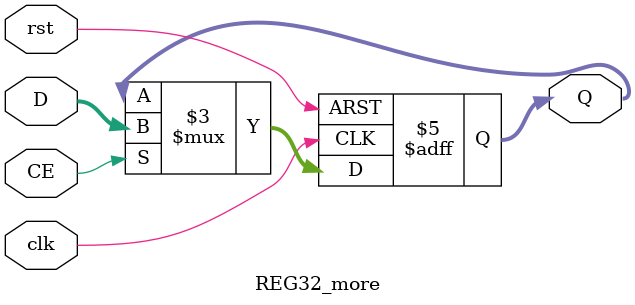
<source format=v>
`timescale 1ns / 1ps


module REG32_more(
    input clk,
    input rst,
    input [31:0] D,
    input CE,
    output reg [31:0] Q
    );
    always@(posedge clk or posedge rst) begin
        if(rst==1) Q<=32'b0;
        else if(CE) Q<=D;
    end
endmodule
</source>
